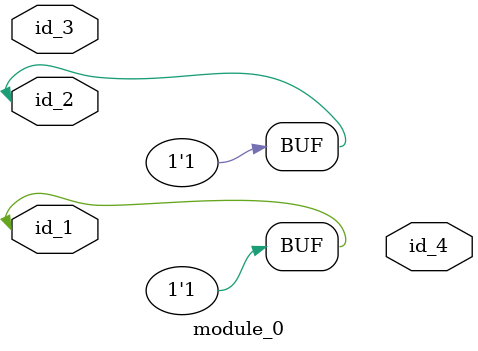
<source format=v>
`timescale 1 ps / 1ps
module module_0 (
    id_1,
    id_2,
    id_3,
    id_4
);
  output id_4;
  inout id_3;
  inout id_2;
  inout id_1;
  assign id_1 = id_2;
  assign id_2 = (1);
  assign id_1 = 1;
endmodule

</source>
